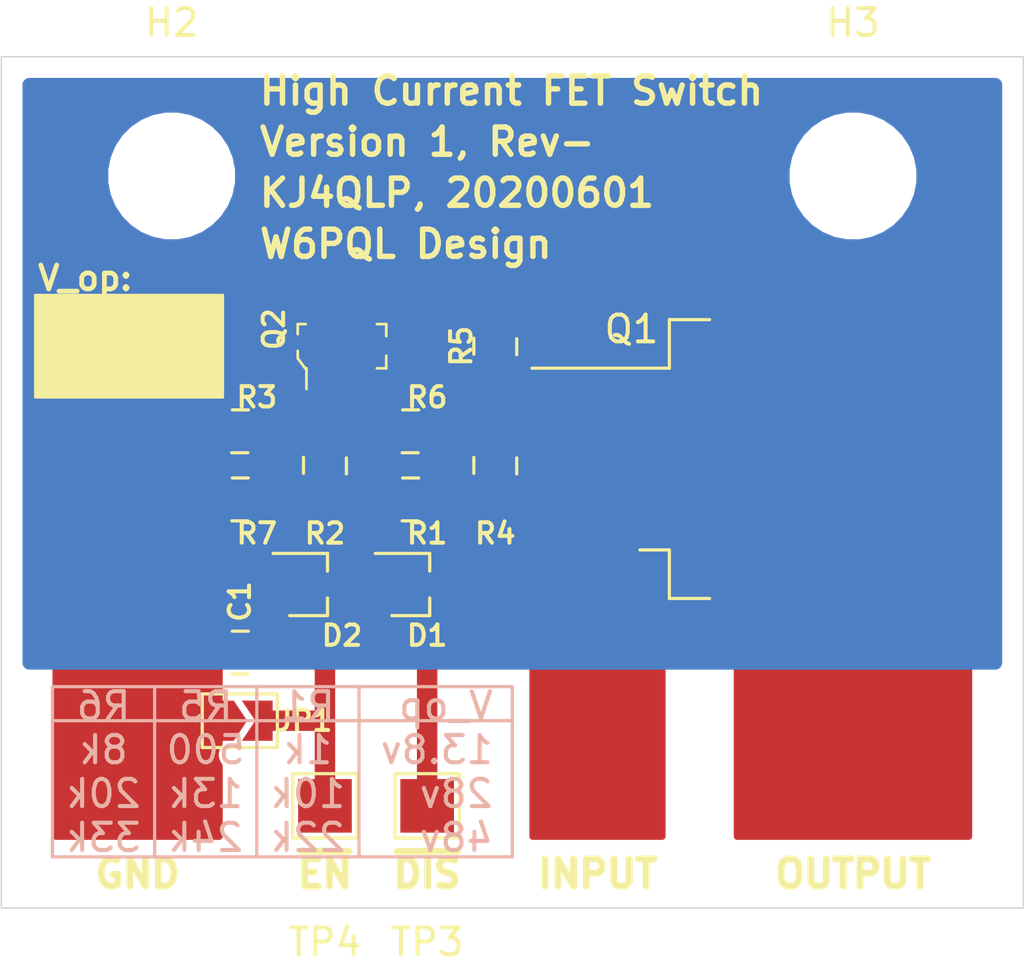
<source format=kicad_pcb>
(kicad_pcb (version 20171130) (host pcbnew 5.1.6-c6e7f7d~86~ubuntu16.04.1)

  (general
    (thickness 1.6)
    (drawings 31)
    (tracks 42)
    (zones 0)
    (modules 17)
    (nets 13)
  )

  (page USLetter)
  (title_block
    (title "High Current FET Switch - Version 1")
    (date 2020-05-31)
    (rev -)
    (company "Amateur Radio")
    (comment 1 "Based on W6PQL Design")
    (comment 2 creativecommons.org/licenses/by/4.0/)
    (comment 3 "License: CC BY 4.0")
    (comment 4 "Author: Zach Leffke, KJ4QLP")
  )

  (layers
    (0 F.Cu signal)
    (31 B.Cu signal)
    (32 B.Adhes user)
    (33 F.Adhes user)
    (34 B.Paste user)
    (35 F.Paste user)
    (36 B.SilkS user)
    (37 F.SilkS user)
    (38 B.Mask user)
    (39 F.Mask user)
    (40 Dwgs.User user)
    (41 Cmts.User user)
    (42 Eco1.User user)
    (43 Eco2.User user)
    (44 Edge.Cuts user)
    (45 Margin user)
    (46 B.CrtYd user)
    (47 F.CrtYd user)
    (48 B.Fab user)
    (49 F.Fab user)
  )

  (setup
    (last_trace_width 0.254)
    (user_trace_width 0.254)
    (user_trace_width 0.508)
    (user_trace_width 0.762)
    (user_trace_width 1.016)
    (user_trace_width 1.27)
    (user_trace_width 1.905)
    (user_trace_width 2.54)
    (trace_clearance 0.254)
    (zone_clearance 0.762)
    (zone_45_only no)
    (trace_min 0.254)
    (via_size 0.508)
    (via_drill 0.254)
    (via_min_size 0.508)
    (via_min_drill 0.254)
    (uvia_size 0.508)
    (uvia_drill 0.254)
    (uvias_allowed no)
    (uvia_min_size 0.508)
    (uvia_min_drill 0.254)
    (edge_width 0.05)
    (segment_width 0.2)
    (pcb_text_width 0.3)
    (pcb_text_size 1.5 1.5)
    (mod_edge_width 0.12)
    (mod_text_size 1 1)
    (mod_text_width 0.15)
    (pad_size 1.524 1.524)
    (pad_drill 0.762)
    (pad_to_mask_clearance 0.05)
    (aux_axis_origin 0 0)
    (visible_elements FFFDFF7F)
    (pcbplotparams
      (layerselection 0x010fc_ffffffff)
      (usegerberextensions false)
      (usegerberattributes true)
      (usegerberadvancedattributes true)
      (creategerberjobfile true)
      (excludeedgelayer true)
      (linewidth 0.100000)
      (plotframeref false)
      (viasonmask false)
      (mode 1)
      (useauxorigin false)
      (hpglpennumber 1)
      (hpglpenspeed 20)
      (hpglpendiameter 15.000000)
      (psnegative false)
      (psa4output false)
      (plotreference true)
      (plotvalue true)
      (plotinvisibletext false)
      (padsonsilk false)
      (subtractmaskfromsilk false)
      (outputformat 1)
      (mirror false)
      (drillshape 1)
      (scaleselection 1)
      (outputdirectory ""))
  )

  (net 0 "")
  (net 1 "Net-(D1-Pad2)")
  (net 2 "Net-(D1-Pad1)")
  (net 3 "Net-(D2-Pad2)")
  (net 4 "Net-(D2-Pad1)")
  (net 5 "Net-(Q1-Pad1)")
  (net 6 "Net-(Q2-Pad1)")
  (net 7 "Net-(Q2-Pad3)")
  (net 8 GND)
  (net 9 +12V)
  (net 10 OUTPUT)
  (net 11 ~EN)
  (net 12 ~DIS)

  (net_class Default "This is the default net class."
    (clearance 0.254)
    (trace_width 0.254)
    (via_dia 0.508)
    (via_drill 0.254)
    (uvia_dia 0.508)
    (uvia_drill 0.254)
    (diff_pair_width 0.508)
    (diff_pair_gap 0.254)
    (add_net +12V)
    (add_net GND)
    (add_net "Net-(D1-Pad1)")
    (add_net "Net-(D1-Pad2)")
    (add_net "Net-(D2-Pad1)")
    (add_net "Net-(D2-Pad2)")
    (add_net "Net-(Q1-Pad1)")
    (add_net "Net-(Q2-Pad1)")
    (add_net "Net-(Q2-Pad3)")
    (add_net OUTPUT)
    (add_net ~DIS)
    (add_net ~EN)
  )

  (module Jumper:SolderJumper-2_P1.3mm_Open_TrianglePad1.0x1.5mm (layer F.Cu) (tedit 5A64794F) (tstamp 5ED47B54)
    (at 148.59 126.365)
    (descr "SMD Solder Jumper, 1x1.5mm Triangular Pads, 0.3mm gap, open")
    (tags "solder jumper open")
    (path /5ED66C3D)
    (attr virtual)
    (fp_text reference JP1 (at 1.27 0) (layer F.SilkS)
      (effects (font (size 0.762 0.762) (thickness 0.15)) (justify left))
    )
    (fp_text value Jumper (at 0 1.9) (layer F.Fab)
      (effects (font (size 1 1) (thickness 0.15)))
    )
    (fp_line (start -1.4 1) (end -1.4 -1) (layer F.SilkS) (width 0.12))
    (fp_line (start 1.4 1) (end -1.4 1) (layer F.SilkS) (width 0.12))
    (fp_line (start 1.4 -1) (end 1.4 1) (layer F.SilkS) (width 0.12))
    (fp_line (start -1.4 -1) (end 1.4 -1) (layer F.SilkS) (width 0.12))
    (fp_line (start -1.65 -1.25) (end 1.65 -1.25) (layer F.CrtYd) (width 0.05))
    (fp_line (start -1.65 -1.25) (end -1.65 1.25) (layer F.CrtYd) (width 0.05))
    (fp_line (start 1.65 1.25) (end 1.65 -1.25) (layer F.CrtYd) (width 0.05))
    (fp_line (start 1.65 1.25) (end -1.65 1.25) (layer F.CrtYd) (width 0.05))
    (pad 1 smd custom (at -0.725 0) (size 0.3 0.3) (layers F.Cu F.Mask)
      (net 8 GND) (zone_connect 2)
      (options (clearance outline) (anchor rect))
      (primitives
        (gr_poly (pts
           (xy -0.5 -0.75) (xy 0.5 -0.75) (xy 1 0) (xy 0.5 0.75) (xy -0.5 0.75)
) (width 0))
      ))
    (pad 2 smd custom (at 0.725 0) (size 0.3 0.3) (layers F.Cu F.Mask)
      (net 11 ~EN) (zone_connect 2)
      (options (clearance outline) (anchor rect))
      (primitives
        (gr_poly (pts
           (xy -0.65 -0.75) (xy 0.5 -0.75) (xy 0.5 0.75) (xy -0.65 0.75) (xy -0.15 0)
) (width 0))
      ))
  )

  (module MountingHole:MountingHole_3.2mm_M3 (layer F.Cu) (tedit 56D1B4CB) (tstamp 5ED3FC03)
    (at 171.45 106.045)
    (descr "Mounting Hole 3.2mm, no annular, M3")
    (tags "mounting hole 3.2mm no annular m3")
    (path /5ED5F474)
    (attr virtual)
    (fp_text reference H3 (at 0 -5.715) (layer F.SilkS)
      (effects (font (size 1 1) (thickness 0.15)))
    )
    (fp_text value MountingHole (at 0 4.2) (layer F.Fab)
      (effects (font (size 1 1) (thickness 0.15)))
    )
    (fp_circle (center 0 0) (end 3.2 0) (layer Cmts.User) (width 0.15))
    (fp_circle (center 0 0) (end 3.45 0) (layer F.CrtYd) (width 0.05))
    (fp_text user %R (at 0.3 0) (layer F.Fab)
      (effects (font (size 1 1) (thickness 0.15)))
    )
    (pad 1 np_thru_hole circle (at 0 0) (size 3.2 3.2) (drill 3.2) (layers *.Cu *.Mask))
  )

  (module MountingHole:MountingHole_3.2mm_M3 (layer F.Cu) (tedit 56D1B4CB) (tstamp 5ED3FBFB)
    (at 146.05 106.045)
    (descr "Mounting Hole 3.2mm, no annular, M3")
    (tags "mounting hole 3.2mm no annular m3")
    (path /5ED5DAE2)
    (attr virtual)
    (fp_text reference H2 (at 0 -5.715) (layer F.SilkS)
      (effects (font (size 1 1) (thickness 0.15)))
    )
    (fp_text value MountingHole (at 0 4.2) (layer F.Fab)
      (effects (font (size 1 1) (thickness 0.15)))
    )
    (fp_circle (center 0 0) (end 3.2 0) (layer Cmts.User) (width 0.15))
    (fp_circle (center 0 0) (end 3.45 0) (layer F.CrtYd) (width 0.05))
    (fp_text user %R (at 0.3 0) (layer F.Fab)
      (effects (font (size 1 1) (thickness 0.15)))
    )
    (pad 1 np_thru_hole circle (at 0 0) (size 3.2 3.2) (drill 3.2) (layers *.Cu *.Mask))
  )

  (module TestPoint:TestPoint_Pad_2.0x2.0mm (layer F.Cu) (tedit 5A0F774F) (tstamp 5ED390EE)
    (at 151.765 129.54 180)
    (descr "SMD rectangular pad as test Point, square 2.0mm side length")
    (tags "test point SMD pad rectangle square")
    (path /5ED465EC)
    (attr virtual)
    (fp_text reference TP4 (at 0 -5.08) (layer F.SilkS)
      (effects (font (size 1 1) (thickness 0.15)))
    )
    (fp_text value ~ENABLE (at 0 2.05) (layer F.Fab)
      (effects (font (size 1 1) (thickness 0.15)))
    )
    (fp_line (start -1.2 -1.2) (end 1.2 -1.2) (layer F.SilkS) (width 0.12))
    (fp_line (start 1.2 -1.2) (end 1.2 1.2) (layer F.SilkS) (width 0.12))
    (fp_line (start 1.2 1.2) (end -1.2 1.2) (layer F.SilkS) (width 0.12))
    (fp_line (start -1.2 1.2) (end -1.2 -1.2) (layer F.SilkS) (width 0.12))
    (fp_line (start -1.5 -1.5) (end 1.5 -1.5) (layer F.CrtYd) (width 0.05))
    (fp_line (start -1.5 -1.5) (end -1.5 1.5) (layer F.CrtYd) (width 0.05))
    (fp_line (start 1.5 1.5) (end 1.5 -1.5) (layer F.CrtYd) (width 0.05))
    (fp_line (start 1.5 1.5) (end -1.5 1.5) (layer F.CrtYd) (width 0.05))
    (fp_text user %R (at 0 -2) (layer F.Fab)
      (effects (font (size 1 1) (thickness 0.15)))
    )
    (pad 1 smd rect (at 0 0 180) (size 2 2) (layers F.Cu F.Mask)
      (net 11 ~EN))
  )

  (module TestPoint:TestPoint_Pad_2.0x2.0mm (layer F.Cu) (tedit 5A0F774F) (tstamp 5ED390E0)
    (at 155.575 129.54 180)
    (descr "SMD rectangular pad as test Point, square 2.0mm side length")
    (tags "test point SMD pad rectangle square")
    (path /5ED4724F)
    (attr virtual)
    (fp_text reference TP3 (at 0 -5.08) (layer F.SilkS)
      (effects (font (size 1 1) (thickness 0.15)))
    )
    (fp_text value ~DISABLE (at 0 2.05) (layer F.Fab)
      (effects (font (size 1 1) (thickness 0.15)))
    )
    (fp_line (start -1.2 -1.2) (end 1.2 -1.2) (layer F.SilkS) (width 0.12))
    (fp_line (start 1.2 -1.2) (end 1.2 1.2) (layer F.SilkS) (width 0.12))
    (fp_line (start 1.2 1.2) (end -1.2 1.2) (layer F.SilkS) (width 0.12))
    (fp_line (start -1.2 1.2) (end -1.2 -1.2) (layer F.SilkS) (width 0.12))
    (fp_line (start -1.5 -1.5) (end 1.5 -1.5) (layer F.CrtYd) (width 0.05))
    (fp_line (start -1.5 -1.5) (end -1.5 1.5) (layer F.CrtYd) (width 0.05))
    (fp_line (start 1.5 1.5) (end 1.5 -1.5) (layer F.CrtYd) (width 0.05))
    (fp_line (start 1.5 1.5) (end -1.5 1.5) (layer F.CrtYd) (width 0.05))
    (fp_text user %R (at 0 -2) (layer F.Fab)
      (effects (font (size 1 1) (thickness 0.15)))
    )
    (pad 1 smd rect (at 0 0 180) (size 2 2) (layers F.Cu F.Mask)
      (net 12 ~DIS))
  )

  (module digikey-footprints:0805 (layer F.Cu) (tedit 5D288D36) (tstamp 5ED39416)
    (at 148.59 123.825 180)
    (path /5ED459CF)
    (attr smd)
    (fp_text reference C1 (at 0 1.905 90) (layer F.SilkS)
      (effects (font (size 0.762 0.762) (thickness 0.15)))
    )
    (fp_text value 0.001uF (at 0 1.95) (layer F.Fab)
      (effects (font (size 1 1) (thickness 0.15)))
    )
    (fp_line (start -0.95 -0.675) (end -0.95 0.675) (layer F.Fab) (width 0.12))
    (fp_line (start 0.95 -0.675) (end 0.95 0.675) (layer F.Fab) (width 0.12))
    (fp_line (start -0.95 -0.68) (end 0.95 -0.68) (layer F.Fab) (width 0.12))
    (fp_line (start -0.95 0.68) (end 0.95 0.68) (layer F.Fab) (width 0.12))
    (fp_line (start -0.3 -0.8) (end 0.3 -0.8) (layer F.SilkS) (width 0.12))
    (fp_line (start -0.32 0.8) (end 0.28 0.8) (layer F.SilkS) (width 0.12))
    (fp_line (start -1.9 0.93) (end -1.9 -0.93) (layer F.CrtYd) (width 0.05))
    (fp_line (start 1.9 0.93) (end 1.9 -0.93) (layer F.CrtYd) (width 0.05))
    (fp_line (start -1.9 -0.93) (end 1.9 -0.93) (layer F.CrtYd) (width 0.05))
    (fp_line (start -1.9 0.93) (end 1.9 0.93) (layer F.CrtYd) (width 0.05))
    (pad 1 smd rect (at -1.05 0 180) (size 1.2 1.2) (layers F.Cu F.Paste F.Mask)
      (net 11 ~EN))
    (pad 2 smd rect (at 1.05 0 180) (size 1.2 1.2) (layers F.Cu F.Paste F.Mask)
      (net 8 GND))
  )

  (module digikey-footprints:0805 (layer F.Cu) (tedit 5D288D36) (tstamp 5ED3A138)
    (at 148.59 115.57 180)
    (path /5ED35789)
    (attr smd)
    (fp_text reference R3 (at -0.635 1.27) (layer F.SilkS)
      (effects (font (size 0.762 0.762) (thickness 0.15)))
    )
    (fp_text value 2k (at 0 1.95) (layer F.Fab)
      (effects (font (size 1 1) (thickness 0.15)))
    )
    (fp_line (start -0.95 -0.675) (end -0.95 0.675) (layer F.Fab) (width 0.12))
    (fp_line (start 0.95 -0.675) (end 0.95 0.675) (layer F.Fab) (width 0.12))
    (fp_line (start -0.95 -0.68) (end 0.95 -0.68) (layer F.Fab) (width 0.12))
    (fp_line (start -0.95 0.68) (end 0.95 0.68) (layer F.Fab) (width 0.12))
    (fp_line (start -0.3 -0.8) (end 0.3 -0.8) (layer F.SilkS) (width 0.12))
    (fp_line (start -0.32 0.8) (end 0.28 0.8) (layer F.SilkS) (width 0.12))
    (fp_line (start -1.9 0.93) (end -1.9 -0.93) (layer F.CrtYd) (width 0.05))
    (fp_line (start 1.9 0.93) (end 1.9 -0.93) (layer F.CrtYd) (width 0.05))
    (fp_line (start -1.9 -0.93) (end 1.9 -0.93) (layer F.CrtYd) (width 0.05))
    (fp_line (start -1.9 0.93) (end 1.9 0.93) (layer F.CrtYd) (width 0.05))
    (pad 1 smd rect (at -1.05 0 180) (size 1.2 1.2) (layers F.Cu F.Paste F.Mask)
      (net 6 "Net-(Q2-Pad1)"))
    (pad 2 smd rect (at 1.05 0 180) (size 1.2 1.2) (layers F.Cu F.Paste F.Mask)
      (net 8 GND))
  )

  (module digikey-footprints:0805 (layer F.Cu) (tedit 5D288D36) (tstamp 5ED390A6)
    (at 148.59 118.11 180)
    (path /5ED35D74)
    (attr smd)
    (fp_text reference R7 (at -0.635 -1.27) (layer F.SilkS)
      (effects (font (size 0.762 0.762) (thickness 0.15)))
    )
    (fp_text value 2.5k (at 0 1.95) (layer F.Fab)
      (effects (font (size 1 1) (thickness 0.15)))
    )
    (fp_line (start -0.95 -0.675) (end -0.95 0.675) (layer F.Fab) (width 0.12))
    (fp_line (start 0.95 -0.675) (end 0.95 0.675) (layer F.Fab) (width 0.12))
    (fp_line (start -0.95 -0.68) (end 0.95 -0.68) (layer F.Fab) (width 0.12))
    (fp_line (start -0.95 0.68) (end 0.95 0.68) (layer F.Fab) (width 0.12))
    (fp_line (start -0.3 -0.8) (end 0.3 -0.8) (layer F.SilkS) (width 0.12))
    (fp_line (start -0.32 0.8) (end 0.28 0.8) (layer F.SilkS) (width 0.12))
    (fp_line (start -1.9 0.93) (end -1.9 -0.93) (layer F.CrtYd) (width 0.05))
    (fp_line (start 1.9 0.93) (end 1.9 -0.93) (layer F.CrtYd) (width 0.05))
    (fp_line (start -1.9 -0.93) (end 1.9 -0.93) (layer F.CrtYd) (width 0.05))
    (fp_line (start -1.9 0.93) (end 1.9 0.93) (layer F.CrtYd) (width 0.05))
    (pad 1 smd rect (at -1.05 0 180) (size 1.2 1.2) (layers F.Cu F.Paste F.Mask)
      (net 4 "Net-(D2-Pad1)"))
    (pad 2 smd rect (at 1.05 0 180) (size 1.2 1.2) (layers F.Cu F.Paste F.Mask)
      (net 8 GND))
  )

  (module digikey-footprints:0805 (layer F.Cu) (tedit 5D288D36) (tstamp 5ED39096)
    (at 151.765 116.84 90)
    (path /5ED351C0)
    (attr smd)
    (fp_text reference R2 (at -2.54 0 180) (layer F.SilkS)
      (effects (font (size 0.762 0.762) (thickness 0.15)))
    )
    (fp_text value 6k (at 0 1.95 90) (layer F.Fab)
      (effects (font (size 1 1) (thickness 0.15)))
    )
    (fp_line (start -0.95 -0.675) (end -0.95 0.675) (layer F.Fab) (width 0.12))
    (fp_line (start 0.95 -0.675) (end 0.95 0.675) (layer F.Fab) (width 0.12))
    (fp_line (start -0.95 -0.68) (end 0.95 -0.68) (layer F.Fab) (width 0.12))
    (fp_line (start -0.95 0.68) (end 0.95 0.68) (layer F.Fab) (width 0.12))
    (fp_line (start -0.3 -0.8) (end 0.3 -0.8) (layer F.SilkS) (width 0.12))
    (fp_line (start -0.32 0.8) (end 0.28 0.8) (layer F.SilkS) (width 0.12))
    (fp_line (start -1.9 0.93) (end -1.9 -0.93) (layer F.CrtYd) (width 0.05))
    (fp_line (start 1.9 0.93) (end 1.9 -0.93) (layer F.CrtYd) (width 0.05))
    (fp_line (start -1.9 -0.93) (end 1.9 -0.93) (layer F.CrtYd) (width 0.05))
    (fp_line (start -1.9 0.93) (end 1.9 0.93) (layer F.CrtYd) (width 0.05))
    (pad 1 smd rect (at -1.05 0 90) (size 1.2 1.2) (layers F.Cu F.Paste F.Mask)
      (net 2 "Net-(D1-Pad1)"))
    (pad 2 smd rect (at 1.05 0 90) (size 1.2 1.2) (layers F.Cu F.Paste F.Mask)
      (net 6 "Net-(Q2-Pad1)"))
  )

  (module digikey-footprints:0805 (layer F.Cu) (tedit 5D288D36) (tstamp 5ED3C273)
    (at 154.94 115.57 180)
    (path /5ED36A92)
    (attr smd)
    (fp_text reference R6 (at -0.635 1.27) (layer F.SilkS)
      (effects (font (size 0.762 0.762) (thickness 0.15)))
    )
    (fp_text value 8k (at 0 1.95) (layer F.Fab)
      (effects (font (size 1 1) (thickness 0.15)))
    )
    (fp_line (start -0.95 -0.675) (end -0.95 0.675) (layer F.Fab) (width 0.12))
    (fp_line (start 0.95 -0.675) (end 0.95 0.675) (layer F.Fab) (width 0.12))
    (fp_line (start -0.95 -0.68) (end 0.95 -0.68) (layer F.Fab) (width 0.12))
    (fp_line (start -0.95 0.68) (end 0.95 0.68) (layer F.Fab) (width 0.12))
    (fp_line (start -0.3 -0.8) (end 0.3 -0.8) (layer F.SilkS) (width 0.12))
    (fp_line (start -0.32 0.8) (end 0.28 0.8) (layer F.SilkS) (width 0.12))
    (fp_line (start -1.9 0.93) (end -1.9 -0.93) (layer F.CrtYd) (width 0.05))
    (fp_line (start 1.9 0.93) (end 1.9 -0.93) (layer F.CrtYd) (width 0.05))
    (fp_line (start -1.9 -0.93) (end 1.9 -0.93) (layer F.CrtYd) (width 0.05))
    (fp_line (start -1.9 0.93) (end 1.9 0.93) (layer F.CrtYd) (width 0.05))
    (pad 1 smd rect (at -1.05 0 180) (size 1.2 1.2) (layers F.Cu F.Paste F.Mask)
      (net 9 +12V))
    (pad 2 smd rect (at 1.05 0 180) (size 1.2 1.2) (layers F.Cu F.Paste F.Mask)
      (net 4 "Net-(D2-Pad1)"))
  )

  (module digikey-footprints:0805 (layer F.Cu) (tedit 5D288D36) (tstamp 5ED39076)
    (at 158.115 112.395 90)
    (path /5ED3BCD8)
    (attr smd)
    (fp_text reference R5 (at 0 -1.27 90) (layer F.SilkS)
      (effects (font (size 0.762 0.762) (thickness 0.15)))
    )
    (fp_text value 500 (at 0 1.95 90) (layer F.Fab)
      (effects (font (size 1 1) (thickness 0.15)))
    )
    (fp_line (start -0.95 -0.675) (end -0.95 0.675) (layer F.Fab) (width 0.12))
    (fp_line (start 0.95 -0.675) (end 0.95 0.675) (layer F.Fab) (width 0.12))
    (fp_line (start -0.95 -0.68) (end 0.95 -0.68) (layer F.Fab) (width 0.12))
    (fp_line (start -0.95 0.68) (end 0.95 0.68) (layer F.Fab) (width 0.12))
    (fp_line (start -0.3 -0.8) (end 0.3 -0.8) (layer F.SilkS) (width 0.12))
    (fp_line (start -0.32 0.8) (end 0.28 0.8) (layer F.SilkS) (width 0.12))
    (fp_line (start -1.9 0.93) (end -1.9 -0.93) (layer F.CrtYd) (width 0.05))
    (fp_line (start 1.9 0.93) (end 1.9 -0.93) (layer F.CrtYd) (width 0.05))
    (fp_line (start -1.9 -0.93) (end 1.9 -0.93) (layer F.CrtYd) (width 0.05))
    (fp_line (start -1.9 0.93) (end 1.9 0.93) (layer F.CrtYd) (width 0.05))
    (pad 1 smd rect (at -1.05 0 90) (size 1.2 1.2) (layers F.Cu F.Paste F.Mask)
      (net 5 "Net-(Q1-Pad1)"))
    (pad 2 smd rect (at 1.05 0 90) (size 1.2 1.2) (layers F.Cu F.Paste F.Mask)
      (net 7 "Net-(Q2-Pad3)"))
  )

  (module digikey-footprints:0805 (layer F.Cu) (tedit 5D288D36) (tstamp 5ED39066)
    (at 154.94 118.11 180)
    (path /5ED33A03)
    (attr smd)
    (fp_text reference R1 (at -0.635 -1.27) (layer F.SilkS)
      (effects (font (size 0.762 0.762) (thickness 0.15)))
    )
    (fp_text value 1k (at 0 1.95) (layer F.Fab)
      (effects (font (size 1 1) (thickness 0.15)))
    )
    (fp_line (start -0.95 -0.675) (end -0.95 0.675) (layer F.Fab) (width 0.12))
    (fp_line (start 0.95 -0.675) (end 0.95 0.675) (layer F.Fab) (width 0.12))
    (fp_line (start -0.95 -0.68) (end 0.95 -0.68) (layer F.Fab) (width 0.12))
    (fp_line (start -0.95 0.68) (end 0.95 0.68) (layer F.Fab) (width 0.12))
    (fp_line (start -0.3 -0.8) (end 0.3 -0.8) (layer F.SilkS) (width 0.12))
    (fp_line (start -0.32 0.8) (end 0.28 0.8) (layer F.SilkS) (width 0.12))
    (fp_line (start -1.9 0.93) (end -1.9 -0.93) (layer F.CrtYd) (width 0.05))
    (fp_line (start 1.9 0.93) (end 1.9 -0.93) (layer F.CrtYd) (width 0.05))
    (fp_line (start -1.9 -0.93) (end 1.9 -0.93) (layer F.CrtYd) (width 0.05))
    (fp_line (start -1.9 0.93) (end 1.9 0.93) (layer F.CrtYd) (width 0.05))
    (pad 1 smd rect (at -1.05 0 180) (size 1.2 1.2) (layers F.Cu F.Paste F.Mask)
      (net 9 +12V))
    (pad 2 smd rect (at 1.05 0 180) (size 1.2 1.2) (layers F.Cu F.Paste F.Mask)
      (net 2 "Net-(D1-Pad1)"))
  )

  (module digikey-footprints:0805 (layer F.Cu) (tedit 5D288D36) (tstamp 5ED39056)
    (at 158.115 116.84 90)
    (path /5ED3C6E3)
    (attr smd)
    (fp_text reference R4 (at -2.54 0 180) (layer F.SilkS)
      (effects (font (size 0.762 0.762) (thickness 0.15)))
    )
    (fp_text value 10k (at 0 1.95 90) (layer F.Fab)
      (effects (font (size 1 1) (thickness 0.15)))
    )
    (fp_line (start -0.95 -0.675) (end -0.95 0.675) (layer F.Fab) (width 0.12))
    (fp_line (start 0.95 -0.675) (end 0.95 0.675) (layer F.Fab) (width 0.12))
    (fp_line (start -0.95 -0.68) (end 0.95 -0.68) (layer F.Fab) (width 0.12))
    (fp_line (start -0.95 0.68) (end 0.95 0.68) (layer F.Fab) (width 0.12))
    (fp_line (start -0.3 -0.8) (end 0.3 -0.8) (layer F.SilkS) (width 0.12))
    (fp_line (start -0.32 0.8) (end 0.28 0.8) (layer F.SilkS) (width 0.12))
    (fp_line (start -1.9 0.93) (end -1.9 -0.93) (layer F.CrtYd) (width 0.05))
    (fp_line (start 1.9 0.93) (end 1.9 -0.93) (layer F.CrtYd) (width 0.05))
    (fp_line (start -1.9 -0.93) (end 1.9 -0.93) (layer F.CrtYd) (width 0.05))
    (fp_line (start -1.9 0.93) (end 1.9 0.93) (layer F.CrtYd) (width 0.05))
    (pad 1 smd rect (at -1.05 0 90) (size 1.2 1.2) (layers F.Cu F.Paste F.Mask)
      (net 9 +12V))
    (pad 2 smd rect (at 1.05 0 90) (size 1.2 1.2) (layers F.Cu F.Paste F.Mask)
      (net 5 "Net-(Q1-Pad1)"))
  )

  (module digikey-footprints:SOT-23-3 (layer F.Cu) (tedit 5D28A5E3) (tstamp 5ED3D9EC)
    (at 152.4 112.395 90)
    (path /5ED38985)
    (attr smd)
    (fp_text reference Q2 (at 0.635 -2.54 270) (layer F.SilkS)
      (effects (font (size 0.762 0.762) (thickness 0.15)))
    )
    (fp_text value MMBTA06LT1G (at 0.025 3.25 90) (layer F.Fab)
      (effects (font (size 1 1) (thickness 0.15)))
    )
    (fp_line (start 0.7 1.52) (end 0.7 -1.52) (layer F.Fab) (width 0.1))
    (fp_line (start -0.7 1.52) (end 0.7 1.52) (layer F.Fab) (width 0.1))
    (fp_line (start 0.825 -1.65) (end 0.825 -1.35) (layer F.SilkS) (width 0.1))
    (fp_line (start 0.45 -1.65) (end 0.825 -1.65) (layer F.SilkS) (width 0.1))
    (fp_line (start 0.825 1.65) (end 0.375 1.65) (layer F.SilkS) (width 0.1))
    (fp_line (start 0.825 1.35) (end 0.825 1.65) (layer F.SilkS) (width 0.1))
    (fp_line (start 0.825 1.425) (end 0.825 1.3) (layer F.SilkS) (width 0.1))
    (fp_line (start -0.825 1.65) (end -0.825 1.3) (layer F.SilkS) (width 0.1))
    (fp_line (start -0.35 1.65) (end -0.825 1.65) (layer F.SilkS) (width 0.1))
    (fp_line (start -0.425 -1.525) (end -0.7 -1.325) (layer F.Fab) (width 0.1))
    (fp_line (start -0.425 -1.525) (end 0.7 -1.525) (layer F.Fab) (width 0.1))
    (fp_line (start -0.7 -1.325) (end -0.7 1.525) (layer F.Fab) (width 0.1))
    (fp_line (start -0.825 -1.325) (end -1.6 -1.325) (layer F.SilkS) (width 0.1))
    (fp_line (start -0.825 -1.375) (end -0.825 -1.325) (layer F.SilkS) (width 0.1))
    (fp_line (start -0.45 -1.65) (end -0.825 -1.375) (layer F.SilkS) (width 0.1))
    (fp_line (start -0.175 -1.65) (end -0.45 -1.65) (layer F.SilkS) (width 0.1))
    (fp_line (start 1.825 -1.95) (end 1.825 1.95) (layer F.CrtYd) (width 0.05))
    (fp_line (start 1.825 1.95) (end -1.825 1.95) (layer F.CrtYd) (width 0.05))
    (fp_line (start -1.825 -1.95) (end -1.825 1.95) (layer F.CrtYd) (width 0.05))
    (fp_line (start -1.825 -1.95) (end 1.825 -1.95) (layer F.CrtYd) (width 0.05))
    (fp_text user %R (at -0.125 0.15 90) (layer F.Fab)
      (effects (font (size 0.25 0.25) (thickness 0.05)))
    )
    (pad 1 smd rect (at -1.05 -0.95 90) (size 1.3 0.6) (layers F.Cu F.Paste F.Mask)
      (net 6 "Net-(Q2-Pad1)") (solder_mask_margin 0.07))
    (pad 2 smd rect (at -1.05 0.95 90) (size 1.3 0.6) (layers F.Cu F.Paste F.Mask)
      (net 4 "Net-(D2-Pad1)") (solder_mask_margin 0.07))
    (pad 3 smd rect (at 1.05 0 90) (size 1.3 0.6) (layers F.Cu F.Paste F.Mask)
      (net 7 "Net-(Q2-Pad3)") (solder_mask_margin 0.07))
  )

  (module Package_TO_SOT_SMD:TO-263-2 (layer F.Cu) (tedit 5A70FB7B) (tstamp 5ED3902A)
    (at 167.555 116.605)
    (descr "TO-263 / D2PAK / DDPAK SMD package, http://www.infineon.com/cms/en/product/packages/PG-TO263/PG-TO263-3-1/")
    (tags "D2PAK DDPAK TO-263 D2PAK-3 TO-263-3 SOT-404")
    (path /5ED336C3)
    (attr smd)
    (fp_text reference Q1 (at -4.36 -4.845) (layer F.SilkS)
      (effects (font (size 1 1) (thickness 0.15)))
    )
    (fp_text value FQP27P06 (at 0 6.65) (layer F.Fab)
      (effects (font (size 1 1) (thickness 0.15)))
    )
    (fp_line (start 8.32 -5.65) (end -8.32 -5.65) (layer F.CrtYd) (width 0.05))
    (fp_line (start 8.32 5.65) (end 8.32 -5.65) (layer F.CrtYd) (width 0.05))
    (fp_line (start -8.32 5.65) (end 8.32 5.65) (layer F.CrtYd) (width 0.05))
    (fp_line (start -8.32 -5.65) (end -8.32 5.65) (layer F.CrtYd) (width 0.05))
    (fp_line (start -2.95 3.39) (end -4.05 3.39) (layer F.SilkS) (width 0.12))
    (fp_line (start -2.95 5.2) (end -2.95 3.39) (layer F.SilkS) (width 0.12))
    (fp_line (start -1.45 5.2) (end -2.95 5.2) (layer F.SilkS) (width 0.12))
    (fp_line (start -2.95 -3.39) (end -8.075 -3.39) (layer F.SilkS) (width 0.12))
    (fp_line (start -2.95 -5.2) (end -2.95 -3.39) (layer F.SilkS) (width 0.12))
    (fp_line (start -1.45 -5.2) (end -2.95 -5.2) (layer F.SilkS) (width 0.12))
    (fp_line (start -7.45 3.04) (end -2.75 3.04) (layer F.Fab) (width 0.1))
    (fp_line (start -7.45 2.04) (end -7.45 3.04) (layer F.Fab) (width 0.1))
    (fp_line (start -2.75 2.04) (end -7.45 2.04) (layer F.Fab) (width 0.1))
    (fp_line (start -7.45 -2.04) (end -2.75 -2.04) (layer F.Fab) (width 0.1))
    (fp_line (start -7.45 -3.04) (end -7.45 -2.04) (layer F.Fab) (width 0.1))
    (fp_line (start -2.75 -3.04) (end -7.45 -3.04) (layer F.Fab) (width 0.1))
    (fp_line (start -1.75 -5) (end 6.5 -5) (layer F.Fab) (width 0.1))
    (fp_line (start -2.75 -4) (end -1.75 -5) (layer F.Fab) (width 0.1))
    (fp_line (start -2.75 5) (end -2.75 -4) (layer F.Fab) (width 0.1))
    (fp_line (start 6.5 5) (end -2.75 5) (layer F.Fab) (width 0.1))
    (fp_line (start 6.5 -5) (end 6.5 5) (layer F.Fab) (width 0.1))
    (fp_line (start 7.5 5) (end 6.5 5) (layer F.Fab) (width 0.1))
    (fp_line (start 7.5 -5) (end 7.5 5) (layer F.Fab) (width 0.1))
    (fp_line (start 6.5 -5) (end 7.5 -5) (layer F.Fab) (width 0.1))
    (fp_text user %R (at 0 0) (layer F.Fab)
      (effects (font (size 1 1) (thickness 0.15)))
    )
    (pad "" smd rect (at 0.95 2.775) (size 4.55 5.25) (layers F.Paste))
    (pad "" smd rect (at 5.8 -2.775) (size 4.55 5.25) (layers F.Paste))
    (pad "" smd rect (at 0.95 -2.775) (size 4.55 5.25) (layers F.Paste))
    (pad "" smd rect (at 5.8 2.775) (size 4.55 5.25) (layers F.Paste))
    (pad 2 smd rect (at 3.375 0) (size 9.4 10.8) (layers F.Cu F.Mask)
      (net 10 OUTPUT))
    (pad 3 smd rect (at -5.775 2.54) (size 4.6 1.1) (layers F.Cu F.Paste F.Mask)
      (net 9 +12V))
    (pad 1 smd rect (at -5.775 -2.54) (size 4.6 1.1) (layers F.Cu F.Paste F.Mask)
      (net 5 "Net-(Q1-Pad1)"))
    (model ${KISYS3DMOD}/Package_TO_SOT_SMD.3dshapes/TO-263-2.wrl
      (at (xyz 0 0 0))
      (scale (xyz 1 1 1))
      (rotate (xyz 0 0 0))
    )
  )

  (module Package_TO_SOT_SMD:SOT-323_SC-70 (layer F.Cu) (tedit 5A02FF57) (tstamp 5ED3DDFC)
    (at 151.13 121.285)
    (descr "SOT-323, SC-70")
    (tags "SOT-323 SC-70")
    (path /5ED447B2)
    (attr smd)
    (fp_text reference D2 (at 1.27 1.905) (layer F.SilkS)
      (effects (font (size 0.762 0.762) (thickness 0.15)))
    )
    (fp_text value BAS16W (at -0.05 2.05) (layer F.Fab)
      (effects (font (size 1 1) (thickness 0.15)))
    )
    (fp_line (start -0.18 -1.1) (end -0.68 -0.6) (layer F.Fab) (width 0.1))
    (fp_line (start 0.67 1.1) (end -0.68 1.1) (layer F.Fab) (width 0.1))
    (fp_line (start 0.67 -1.1) (end 0.67 1.1) (layer F.Fab) (width 0.1))
    (fp_line (start -0.68 -0.6) (end -0.68 1.1) (layer F.Fab) (width 0.1))
    (fp_line (start 0.67 -1.1) (end -0.18 -1.1) (layer F.Fab) (width 0.1))
    (fp_line (start -0.68 1.16) (end 0.73 1.16) (layer F.SilkS) (width 0.12))
    (fp_line (start 0.73 -1.16) (end -1.3 -1.16) (layer F.SilkS) (width 0.12))
    (fp_line (start -1.7 1.3) (end -1.7 -1.3) (layer F.CrtYd) (width 0.05))
    (fp_line (start -1.7 -1.3) (end 1.7 -1.3) (layer F.CrtYd) (width 0.05))
    (fp_line (start 1.7 -1.3) (end 1.7 1.3) (layer F.CrtYd) (width 0.05))
    (fp_line (start 1.7 1.3) (end -1.7 1.3) (layer F.CrtYd) (width 0.05))
    (fp_line (start 0.73 -1.16) (end 0.73 -0.5) (layer F.SilkS) (width 0.12))
    (fp_line (start 0.73 0.5) (end 0.73 1.16) (layer F.SilkS) (width 0.12))
    (fp_text user %R (at 0 0 -270) (layer F.Fab)
      (effects (font (size 0.5 0.5) (thickness 0.075)))
    )
    (pad 3 smd rect (at 1 0 270) (size 0.45 0.7) (layers F.Cu F.Paste F.Mask)
      (net 11 ~EN))
    (pad 2 smd rect (at -1 0.65 270) (size 0.45 0.7) (layers F.Cu F.Paste F.Mask)
      (net 3 "Net-(D2-Pad2)"))
    (pad 1 smd rect (at -1 -0.65 270) (size 0.45 0.7) (layers F.Cu F.Paste F.Mask)
      (net 4 "Net-(D2-Pad1)"))
    (model ${KISYS3DMOD}/Package_TO_SOT_SMD.3dshapes/SOT-323_SC-70.wrl
      (at (xyz 0 0 0))
      (scale (xyz 1 1 1))
      (rotate (xyz 0 0 0))
    )
  )

  (module Package_TO_SOT_SMD:SOT-323_SC-70 (layer F.Cu) (tedit 5A02FF57) (tstamp 5ED3C9CE)
    (at 154.94 121.285)
    (descr "SOT-323, SC-70")
    (tags "SOT-323 SC-70")
    (path /5ED37563)
    (attr smd)
    (fp_text reference D1 (at 0.635 1.905) (layer F.SilkS)
      (effects (font (size 0.762 0.762) (thickness 0.15)))
    )
    (fp_text value BAS16W (at -0.05 2.05) (layer F.Fab)
      (effects (font (size 1 1) (thickness 0.15)))
    )
    (fp_line (start -0.18 -1.1) (end -0.68 -0.6) (layer F.Fab) (width 0.1))
    (fp_line (start 0.67 1.1) (end -0.68 1.1) (layer F.Fab) (width 0.1))
    (fp_line (start 0.67 -1.1) (end 0.67 1.1) (layer F.Fab) (width 0.1))
    (fp_line (start -0.68 -0.6) (end -0.68 1.1) (layer F.Fab) (width 0.1))
    (fp_line (start 0.67 -1.1) (end -0.18 -1.1) (layer F.Fab) (width 0.1))
    (fp_line (start -0.68 1.16) (end 0.73 1.16) (layer F.SilkS) (width 0.12))
    (fp_line (start 0.73 -1.16) (end -1.3 -1.16) (layer F.SilkS) (width 0.12))
    (fp_line (start -1.7 1.3) (end -1.7 -1.3) (layer F.CrtYd) (width 0.05))
    (fp_line (start -1.7 -1.3) (end 1.7 -1.3) (layer F.CrtYd) (width 0.05))
    (fp_line (start 1.7 -1.3) (end 1.7 1.3) (layer F.CrtYd) (width 0.05))
    (fp_line (start 1.7 1.3) (end -1.7 1.3) (layer F.CrtYd) (width 0.05))
    (fp_line (start 0.73 -1.16) (end 0.73 -0.5) (layer F.SilkS) (width 0.12))
    (fp_line (start 0.73 0.5) (end 0.73 1.16) (layer F.SilkS) (width 0.12))
    (fp_text user %R (at 0 0 -270) (layer F.Fab)
      (effects (font (size 0.5 0.5) (thickness 0.075)))
    )
    (pad 3 smd rect (at 1 0 270) (size 0.45 0.7) (layers F.Cu F.Paste F.Mask)
      (net 12 ~DIS))
    (pad 2 smd rect (at -1 0.65 270) (size 0.45 0.7) (layers F.Cu F.Paste F.Mask)
      (net 1 "Net-(D1-Pad2)"))
    (pad 1 smd rect (at -1 -0.65 270) (size 0.45 0.7) (layers F.Cu F.Paste F.Mask)
      (net 2 "Net-(D1-Pad1)"))
    (model ${KISYS3DMOD}/Package_TO_SOT_SMD.3dshapes/SOT-323_SC-70.wrl
      (at (xyz 0 0 0))
      (scale (xyz 1 1 1))
      (rotate (xyz 0 0 0))
    )
  )

  (gr_text V_op: (at 140.97 109.855) (layer F.SilkS) (tstamp 5ED48E6B)
    (effects (font (size 0.889 0.889) (thickness 0.1778)) (justify left))
  )
  (gr_poly (pts (xy 147.955 114.3) (xy 140.97 114.3) (xy 140.97 110.49) (xy 147.955 110.49)) (layer F.SilkS) (width 0.1))
  (gr_text "Version 1, Rev-" (at 149.225 104.775) (layer F.SilkS) (tstamp 5ED48E4A)
    (effects (font (size 1.016 1.016) (thickness 0.2032)) (justify left))
  )
  (gr_poly (pts (xy 177.8 124.46) (xy 139.7 124.46) (xy 139.7 101.6) (xy 177.8 101.6)) (layer B.Mask) (width 0.1))
  (gr_line (start 141.605 131.445) (end 158.75 131.445) (layer B.SilkS) (width 0.12) (tstamp 5ED47D16))
  (gr_line (start 141.605 125.095) (end 158.75 125.095) (layer B.SilkS) (width 0.12) (tstamp 5ED47D14))
  (gr_line (start 141.605 126.365) (end 158.75 126.365) (layer B.SilkS) (width 0.12) (tstamp 5ED47D08))
  (gr_line (start 158.75 125.095) (end 158.75 131.445) (layer B.SilkS) (width 0.12) (tstamp 5ED47D06))
  (gr_line (start 141.605 125.095) (end 141.605 131.445) (layer B.SilkS) (width 0.12) (tstamp 5ED47D04))
  (gr_line (start 153.035 125.095) (end 153.035 131.445) (layer B.SilkS) (width 0.12))
  (gr_line (start 149.225 125.095) (end 149.225 131.445) (layer B.SilkS) (width 0.12))
  (gr_line (start 145.415 125.095) (end 145.415 131.445) (layer B.SilkS) (width 0.12))
  (gr_text "V_op\n13.8v\n28v\n48v" (at 158.115 128.27) (layer B.SilkS) (tstamp 5ED47CE2)
    (effects (font (size 1.016 1.016) (thickness 0.1524)) (justify left mirror))
  )
  (gr_text "R6\n8k\n20k\n33k" (at 143.51 128.27) (layer B.SilkS) (tstamp 5ED47CDD)
    (effects (font (size 1.016 1.016) (thickness 0.1524)) (justify mirror))
  )
  (gr_text "R5\n500\n13k\n24k" (at 147.32 128.27) (layer B.SilkS) (tstamp 5ED47CD9)
    (effects (font (size 1.016 1.016) (thickness 0.1524)) (justify mirror))
  )
  (gr_text "R1\n1k\n10k\n22k" (at 151.13 128.27) (layer B.SilkS)
    (effects (font (size 1.016 1.016) (thickness 0.1524)) (justify mirror))
  )
  (gr_text "W6PQL Design" (at 149.225 108.585) (layer F.SilkS) (tstamp 5ED4035C)
    (effects (font (size 1.016 1.016) (thickness 0.2032)) (justify left))
  )
  (gr_text "KJ4QLP, 20200601" (at 149.225 106.68) (layer F.SilkS) (tstamp 5ED4034B)
    (effects (font (size 1.016 1.016) (thickness 0.2032)) (justify left))
  )
  (gr_text "High Current FET Switch" (at 149.225 102.87) (layer F.SilkS) (tstamp 5ED40345)
    (effects (font (size 1.016 1.016) (thickness 0.2032)) (justify left))
  )
  (gr_text OUTPUT (at 171.45 132.08) (layer F.SilkS) (tstamp 5ED3F702)
    (effects (font (size 1.016 1.016) (thickness 0.254)))
  )
  (gr_poly (pts (xy 175.895 130.81) (xy 167.005 130.81) (xy 167.005 111.125) (xy 175.895 111.125)) (layer F.Mask) (width 0.1))
  (gr_text INPUT (at 161.925 132.08) (layer F.SilkS) (tstamp 5ED3F599)
    (effects (font (size 1.016 1.016) (thickness 0.254)))
  )
  (gr_text GND (at 144.78 132.08) (layer F.SilkS) (tstamp 5ED3F593)
    (effects (font (size 1.016 1.016) (thickness 0.254)))
  )
  (gr_text ~DIS (at 155.575 132.08) (layer F.SilkS) (tstamp 5ED3F567)
    (effects (font (size 1.016 1.016) (thickness 0.254)))
  )
  (gr_text ~EN (at 151.765 132.08) (layer F.SilkS)
    (effects (font (size 1.016 1.016) (thickness 0.254)))
  )
  (gr_poly (pts (xy 164.465 130.81) (xy 159.385 130.81) (xy 159.385 118.11) (xy 164.465 118.11)) (layer F.Mask) (width 0.1))
  (gr_poly (pts (xy 147.955 130.81) (xy 141.605 130.81) (xy 141.605 114.935) (xy 147.955 114.935)) (layer F.Mask) (width 0.1))
  (gr_line (start 139.7 101.6) (end 139.7 133.35) (layer Edge.Cuts) (width 0.05))
  (gr_line (start 177.8 133.35) (end 139.7 133.35) (layer Edge.Cuts) (width 0.05))
  (gr_line (start 177.8 101.6) (end 177.8 133.35) (layer Edge.Cuts) (width 0.05))
  (gr_line (start 139.7 101.6) (end 177.8 101.6) (layer Edge.Cuts) (width 0.05))

  (segment (start 151.985 118.11) (end 151.765 117.89) (width 1.016) (layer F.Cu) (net 2))
  (segment (start 153.89 118.11) (end 151.985 118.11) (width 1.016) (layer F.Cu) (net 2))
  (segment (start 153.89 120.585) (end 153.94 120.635) (width 0.762) (layer F.Cu) (net 2))
  (segment (start 153.89 118.11) (end 153.89 120.585) (width 0.762) (layer F.Cu) (net 2))
  (segment (start 153.35 113.445) (end 153.35 113.98) (width 0.762) (layer F.Cu) (net 4))
  (segment (start 153.89 114.52) (end 153.89 115.57) (width 0.762) (layer F.Cu) (net 4))
  (segment (start 153.35 113.98) (end 153.89 114.52) (width 0.762) (layer F.Cu) (net 4))
  (segment (start 149.64 118.11) (end 149.64 118.11) (width 0.762) (layer F.Cu) (net 4))
  (segment (start 153.89 115.57) (end 153.89 115.57) (width 0.762) (layer F.Cu) (net 4) (tstamp 5ED3F6FE))
  (segment (start 149.64 118.11) (end 149.64 117.06) (width 0.254) (layer F.Cu) (net 4))
  (segment (start 149.64 117.06) (end 149.86 116.84) (width 0.254) (layer F.Cu) (net 4))
  (segment (start 149.86 116.84) (end 153.67 116.84) (width 0.254) (layer F.Cu) (net 4))
  (segment (start 153.89 116.62) (end 153.67 116.84) (width 0.254) (layer F.Cu) (net 4))
  (segment (start 153.89 115.57) (end 153.89 116.62) (width 0.254) (layer F.Cu) (net 4))
  (segment (start 149.64 120.145) (end 150.13 120.635) (width 0.762) (layer F.Cu) (net 4))
  (segment (start 149.64 118.11) (end 149.64 120.145) (width 0.762) (layer F.Cu) (net 4))
  (segment (start 158.35 114.065) (end 158.115 114.3) (width 1.016) (layer F.Cu) (net 5))
  (segment (start 158.115 113.445) (end 158.115 114.3) (width 1.016) (layer F.Cu) (net 5))
  (segment (start 161.78 114.065) (end 158.35 114.065) (width 1.016) (layer F.Cu) (net 5))
  (segment (start 158.115 114.3) (end 158.115 115.79) (width 1.016) (layer F.Cu) (net 5))
  (segment (start 151.545 115.57) (end 151.765 115.79) (width 1.016) (layer F.Cu) (net 6))
  (segment (start 149.64 115.57) (end 151.545 115.57) (width 1.016) (layer F.Cu) (net 6))
  (segment (start 151.45 115.475) (end 151.765 115.79) (width 0.762) (layer F.Cu) (net 6))
  (segment (start 151.45 113.445) (end 151.45 115.475) (width 0.762) (layer F.Cu) (net 6))
  (segment (start 158.115 111.345) (end 152.4 111.345) (width 0.762) (layer F.Cu) (net 7))
  (segment (start 147.54 118.11) (end 147.54 115.57) (width 0.762) (layer F.Cu) (net 8))
  (segment (start 161.78 119.145) (end 158.515 119.145) (width 1.016) (layer F.Cu) (net 9))
  (segment (start 158.115 118.745) (end 158.115 117.89) (width 1.016) (layer F.Cu) (net 9))
  (segment (start 158.515 119.145) (end 158.115 118.745) (width 1.016) (layer F.Cu) (net 9))
  (segment (start 155.99 115.57) (end 155.99 118.11) (width 1.016) (layer F.Cu) (net 9))
  (segment (start 156.21 117.89) (end 155.99 118.11) (width 1.016) (layer F.Cu) (net 9))
  (segment (start 158.115 117.89) (end 156.21 117.89) (width 1.016) (layer F.Cu) (net 9))
  (segment (start 151.765 121.65) (end 152.13 121.285) (width 0.762) (layer F.Cu) (net 11))
  (segment (start 151.765 129.54) (end 151.765 127) (width 0.762) (layer F.Cu) (net 11))
  (segment (start 149.64 123.825) (end 151.765 123.825) (width 0.762) (layer F.Cu) (net 11))
  (segment (start 151.765 124.46) (end 151.765 123.825) (width 0.762) (layer F.Cu) (net 11))
  (segment (start 151.765 123.825) (end 151.765 121.65) (width 0.762) (layer F.Cu) (net 11))
  (segment (start 151.765 126.365) (end 149.50001 126.365) (width 0.762) (layer F.Cu) (net 11))
  (segment (start 151.765 126.365) (end 151.765 124.46) (width 0.762) (layer F.Cu) (net 11))
  (segment (start 151.765 127) (end 151.765 126.365) (width 0.762) (layer F.Cu) (net 11))
  (segment (start 155.575 121.65) (end 155.94 121.285) (width 0.762) (layer F.Cu) (net 12))
  (segment (start 155.575 129.54) (end 155.575 121.65) (width 0.762) (layer F.Cu) (net 12))

  (zone (net 10) (net_name OUTPUT) (layer F.Cu) (tstamp 0) (hatch edge 0.508)
    (connect_pads yes (clearance 0.508))
    (min_thickness 0.254)
    (fill yes (arc_segments 32) (thermal_gap 0.508) (thermal_bridge_width 0.508))
    (polygon
      (pts
        (xy 175.895 130.81) (xy 167.005 130.81) (xy 167.005 111.125) (xy 175.895 111.125)
      )
    )
    (filled_polygon
      (pts
        (xy 175.768 130.683) (xy 167.132 130.683) (xy 167.132 111.252) (xy 175.768 111.252)
      )
    )
  )
  (zone (net 8) (net_name GND) (layer F.Cu) (tstamp 0) (hatch edge 0.508)
    (connect_pads thru_hole_only (clearance 0.508))
    (min_thickness 0.254)
    (fill yes (arc_segments 32) (thermal_gap 0.508) (thermal_bridge_width 0.508))
    (polygon
      (pts
        (xy 147.955 130.81) (xy 141.605 130.81) (xy 141.605 114.935) (xy 147.955 114.935)
      )
    )
    (filled_polygon
      (pts
        (xy 147.828 127.215199) (xy 147.784092 127.281061) (xy 147.725754 127.390204) (xy 147.689319 127.509864) (xy 147.676928 127.634333)
        (xy 147.689059 127.758827) (xy 147.725243 127.878563) (xy 147.784092 127.988939) (xy 147.828 128.054801) (xy 147.828 130.683)
        (xy 141.732 130.683) (xy 141.732 115.062) (xy 147.828 115.062)
      )
    )
  )
  (zone (net 9) (net_name +12V) (layer F.Cu) (tstamp 0) (hatch edge 0.508)
    (connect_pads thru_hole_only (clearance 0.508))
    (min_thickness 0.254)
    (fill yes (arc_segments 32) (thermal_gap 0.508) (thermal_bridge_width 0.508))
    (polygon
      (pts
        (xy 164.465 130.81) (xy 159.385 130.81) (xy 159.385 118.11) (xy 164.465 118.11)
      )
    )
    (filled_polygon
      (pts
        (xy 164.338 130.683) (xy 159.512 130.683) (xy 159.512 118.237) (xy 164.338 118.237)
      )
    )
  )
  (zone (net 0) (net_name "") (layer B.Cu) (tstamp 0) (hatch edge 0.508)
    (connect_pads (clearance 0.762))
    (min_thickness 0.508)
    (fill yes (arc_segments 32) (thermal_gap 0.762) (thermal_bridge_width 0.762))
    (polygon
      (pts
        (xy 177.8 124.46) (xy 139.7 124.46) (xy 139.7 101.6) (xy 177.8 101.6)
      )
    )
    (filled_polygon
      (pts
        (xy 176.759001 124.206) (xy 140.741 124.206) (xy 140.741 105.787346) (xy 143.434 105.787346) (xy 143.434 106.302654)
        (xy 143.534531 106.808059) (xy 143.731731 107.284141) (xy 144.01802 107.712603) (xy 144.382397 108.07698) (xy 144.810859 108.363269)
        (xy 145.286941 108.560469) (xy 145.792346 108.661) (xy 146.307654 108.661) (xy 146.813059 108.560469) (xy 147.289141 108.363269)
        (xy 147.717603 108.07698) (xy 148.08198 107.712603) (xy 148.368269 107.284141) (xy 148.565469 106.808059) (xy 148.666 106.302654)
        (xy 148.666 105.787346) (xy 168.834 105.787346) (xy 168.834 106.302654) (xy 168.934531 106.808059) (xy 169.131731 107.284141)
        (xy 169.41802 107.712603) (xy 169.782397 108.07698) (xy 170.210859 108.363269) (xy 170.686941 108.560469) (xy 171.192346 108.661)
        (xy 171.707654 108.661) (xy 172.213059 108.560469) (xy 172.689141 108.363269) (xy 173.117603 108.07698) (xy 173.48198 107.712603)
        (xy 173.768269 107.284141) (xy 173.965469 106.808059) (xy 174.066 106.302654) (xy 174.066 105.787346) (xy 173.965469 105.281941)
        (xy 173.768269 104.805859) (xy 173.48198 104.377397) (xy 173.117603 104.01302) (xy 172.689141 103.726731) (xy 172.213059 103.529531)
        (xy 171.707654 103.429) (xy 171.192346 103.429) (xy 170.686941 103.529531) (xy 170.210859 103.726731) (xy 169.782397 104.01302)
        (xy 169.41802 104.377397) (xy 169.131731 104.805859) (xy 168.934531 105.281941) (xy 168.834 105.787346) (xy 148.666 105.787346)
        (xy 148.565469 105.281941) (xy 148.368269 104.805859) (xy 148.08198 104.377397) (xy 147.717603 104.01302) (xy 147.289141 103.726731)
        (xy 146.813059 103.529531) (xy 146.307654 103.429) (xy 145.792346 103.429) (xy 145.286941 103.529531) (xy 144.810859 103.726731)
        (xy 144.382397 104.01302) (xy 144.01802 104.377397) (xy 143.731731 104.805859) (xy 143.534531 105.281941) (xy 143.434 105.787346)
        (xy 140.741 105.787346) (xy 140.741 102.641) (xy 176.759 102.641)
      )
    )
  )
)

</source>
